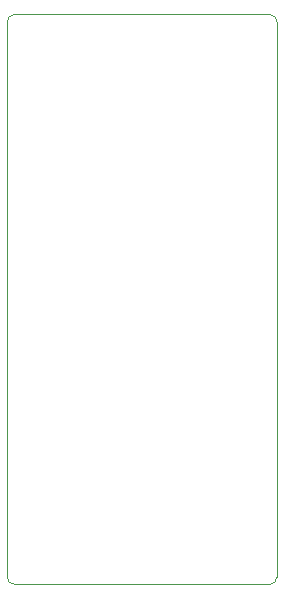
<source format=gbr>
%TF.GenerationSoftware,KiCad,Pcbnew,(5.1.7)-1*%
%TF.CreationDate,2022-07-02T23:21:54-03:00*%
%TF.ProjectId,ROMboard,524f4d62-6f61-4726-942e-6b696361645f,rev?*%
%TF.SameCoordinates,Original*%
%TF.FileFunction,Profile,NP*%
%FSLAX46Y46*%
G04 Gerber Fmt 4.6, Leading zero omitted, Abs format (unit mm)*
G04 Created by KiCad (PCBNEW (5.1.7)-1) date 2022-07-02 23:21:54*
%MOMM*%
%LPD*%
G01*
G04 APERTURE LIST*
%TA.AperFunction,Profile*%
%ADD10C,0.050000*%
%TD*%
G04 APERTURE END LIST*
D10*
X51435000Y-95885000D02*
G75*
G02*
X50800000Y-96520000I-635000J0D01*
G01*
X29210000Y-96520000D02*
G75*
G02*
X28575000Y-95885000I0J635000D01*
G01*
X29210000Y-96520000D02*
X50800000Y-96520000D01*
X50800000Y-48260000D02*
G75*
G02*
X51435000Y-48895000I0J-635000D01*
G01*
X50800000Y-48260000D02*
X29210000Y-48260000D01*
X51435000Y-95885000D02*
X51435000Y-48895000D01*
X28575000Y-48895000D02*
G75*
G02*
X29210000Y-48260000I635000J0D01*
G01*
X28575000Y-95885000D02*
X28575000Y-48895000D01*
M02*

</source>
